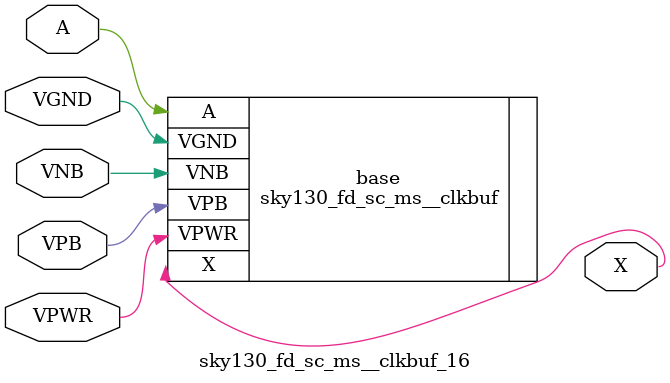
<source format=v>
module sky130_fd_sc_ms__clkbuf_16 (
    X   ,
    A   ,
    VPWR,
    VGND,
    VPB ,
    VNB
);
    output X   ;
    input  A   ;
    input  VPWR;
    input  VGND;
    input  VPB ;
    input  VNB ;
    sky130_fd_sc_ms__clkbuf base (
        .X(X),
        .A(A),
        .VPWR(VPWR),
        .VGND(VGND),
        .VPB(VPB),
        .VNB(VNB)
    );
endmodule
</source>
